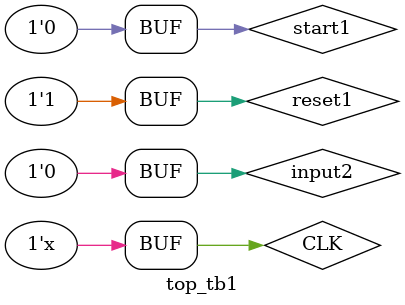
<source format=v>
`timescale 1ns/1ps
`include "top1.v"

module top_tb1();        
    //logic               enable;
    reg reset1;
    reg start1;
    reg input2;
    wire KRDY;
    wire Drdy;
    wire RSTN;
    wire EN;
    wire SU;
    wire SI;
    wire SE;
    wire SO;
    wire led1;
    wire led2;
    wire BSY;
    
    
    localparam clk_period = 2; 
    reg CLK = 0; 
    always#(clk_period/2) CLK = ~CLK;

       top1 top1(
      .CLK(CLK),.reset1(reset1),.start1(start1), .input2(input2),
      .Krdy1(KRDY),.Drdy1(Drdy),.RSTn1(RSTN),.EN1(EN),.SU1(SU),.SI1(SI),.SE1(SE),.SO(SO),
      .led1(led1),.led2(led2),.SCLK(SCLK),.BSY(BSY)
     );

    initial begin 

        //$dumpfile("top_tb.vcd");
        //$dumpvars(0,top_tb);

        start1 <= 0;
        reset1 <= 0;
        input2<= 0;
        #(clk_period*100);
 
        reset1 <= 0;
        start1 <= 1;
        input2<= 1;

        #(clk_period*2500);
        reset1 <= 1;
        start1 <= 0;
        input2<= 1;

        #(clk_period*10000);
        reset1 <= 1;
        start1 <= 0;
        input2<= 0;

        
    //$display("Test complete");
    
    end

endmodule











</source>
